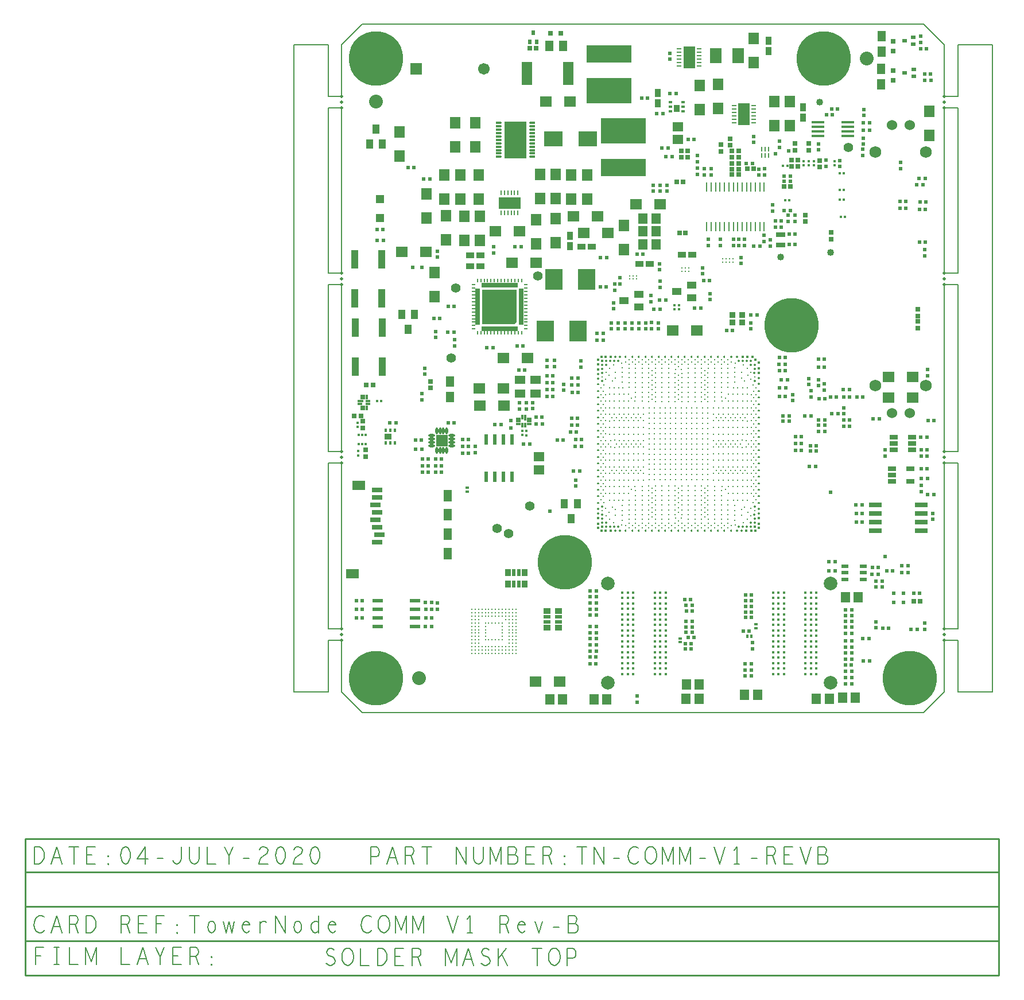
<source format=gbr>
G04 ================== begin FILE IDENTIFICATION RECORD ==================*
G04 Layout Name:  E:/CAD/CAD/FACEBOOK/COM V1/WORK/22-12-20/COM_V1_P2_21-12-2020_4.brd*
G04 Film Name:    COM_V1_P2-MT.gbr*
G04 File Format:  Gerber RS274X*
G04 File Origin:  Cadence Allegro 16.6-2015-S108*
G04 Origin Date:  Fri Dec 25 11:50:57 2020*
G04 *
G04 Layer:  PIN/SOLDERMASK_TOP*
G04 Layer:  PACKAGE GEOMETRY/SOLDERMASK_TOP*
G04 Layer:  DRAWING FORMAT/FILM_LABEL_OUTLINE*
G04 Layer:  BOARD GEOMETRY/OUTLINE*
G04 Layer:  BOARD GEOMETRY/TOOLING_CORNERS*
G04 Layer:  BOARD GEOMETRY/SOLDERMASK_TOP*
G04 *
G04 Offset:    (0.000 0.000)*
G04 Mirror:    No*
G04 Mode:      Positive*
G04 Rotation:  0*
G04 FullContactRelief:  No*
G04 UndefLineWidth:     6.000*
G04 ================== end FILE IDENTIFICATION RECORD ====================*
%FSLAX55Y55*MOIN*%
%IR0*IPPOS*OFA0.00000B0.00000*MIA0B0*SFA1.00000B1.00000*%
%ADD35R,.021X.007*%
%ADD33R,.007X.021*%
%ADD54R,.13X.067*%
%ADD82R,.067X.13*%
%ADD88R,.106X.087*%
%ADD55R,.059X.138*%
%AMMACRO56*
4,1,22,-.016709,-.0055,
-.016709,.0055,
.011193,.0055,
.012148,.00542,
.013075,.005175,
.013946,.004773,
.014733,.004226,
.015413,.00355,
.015966,.002767,
.016374,.0019,
.016626,.000974,
.016713,.00002,
.016632,-.000936,
.016388,-.001863,
.015986,-.002733,
.015438,-.00352,
.014763,-.004201,
.01398,-.004753,
.013112,-.005162,
.012187,-.005413,
.011232,-.0055,
.011193,-.0055,
-.016709,-.0055,
0.0*
%
%ADD56MACRO56*%
%ADD76C,.009055*%
%ADD10C,.314961*%
%ADD78C,.009449*%
%ADD37R,.03937X.108268*%
%ADD31R,.1X.12*%
%ADD101R,.008661X.027559*%
%AMMACRO36*
4,1,5,.1,-.088,
.1,.1,
-.1,.1,
-.1,-.1,
.088,-.1,
.1,-.088,
0.0*
%
%ADD36MACRO36*%
%ADD86R,.26X.1*%
%ADD32R,.012X.02*%
%ADD34R,.02X.012*%
%ADD69O,.0135X.01*%
%ADD72O,.01X.0135*%
%ADD84R,.02X.016*%
%ADD87R,.26X.15*%
%ADD28R,.016X.02*%
%ADD81R,.027X.011*%
%ADD40R,.06X.05*%
%ADD53R,.011X.027*%
%ADD39R,.05X.06*%
%ADD24R,.022X.017*%
%ADD95R,.017X.022*%
%ADD11R,.07X.06*%
%ADD38R,.06X.07*%
%ADD85R,.038X.041*%
%ADD71C,.011*%
%ADD21R,.045X.07*%
%ADD77R,.037X.033*%
%ADD70C,.012*%
%ADD44R,.045X.035*%
%ADD29R,.041X.038*%
%ADD104C,.04*%
%ADD89R,.035X.045*%
%ADD73C,.013*%
%ADD102R,.075X.015*%
%ADD68C,.014*%
%ADD50R,.0118X.0181*%
%ADD94R,.076X.025*%
%ADD92R,.051X.059*%
%ADD80R,.065X.09*%
%ADD67C,.016*%
%ADD17R,.064X.056*%
%ADD79R,.055X.039*%
%ADD64R,.056X.064*%
%ADD19R,.075X.055*%
%ADD12C,.08*%
%ADD30R,.039X.055*%
%ADD16R,.02X.02*%
%AMMACRO57*
4,1,22,.016709,.0055,
.016709,-.0055,
-.011193,-.0055,
-.012148,-.00542,
-.013075,-.005175,
-.013946,-.004773,
-.014733,-.004226,
-.015413,-.00355,
-.015966,-.002767,
-.016374,-.0019,
-.016626,-.000974,
-.016713,-.00002,
-.016632,.000936,
-.016388,.001863,
-.015986,.002733,
-.015438,.00352,
-.014763,.004201,
-.01398,.004753,
-.013112,.005162,
-.012187,.005413,
-.011232,.0055,
-.011193,.0055,
.016709,.0055,
0.0*
%
%ADD57MACRO57*%
%ADD18R,.059X.028*%
%ADD91R,.031X.031*%
%ADD20R,.075X.058*%
%ADD13C,.056*%
%ADD26C,.011811*%
%ADD60C,.067*%
%ADD83R,.011417X.05315*%
%ADD51R,.0278X.02505*%
%ADD99C,.06811*%
%ADD52R,.02505X.0278*%
%ADD98C,.060236*%
%ADD90R,.028X.028*%
%ADD61R,.067X.067*%
%ADD93R,.041339X.023622*%
%ADD63R,.0295X.0295*%
%ADD65C,.015748*%
%ADD66C,.07874*%
%ADD59R,.047244X.047244*%
%ADD25C,.019685*%
%ADD97R,.048425X.02874*%
%ADD46R,.02874X.012992*%
%ADD41R,.070079X.070079*%
%ADD14R,.023622X.059843*%
%ADD47R,.012992X.02874*%
%ADD27R,.019685X.023622*%
%ADD23R,.024803X.044488*%
%ADD15R,.059843X.023622*%
%ADD103R,.025197X.020866*%
%ADD75R,.044488X.024803*%
%ADD62R,.020866X.025197*%
%ADD100R,.055118X.027559*%
%ADD96R,.046457X.02874*%
%ADD49R,.032677X.012992*%
%ADD45R,.016929X.016929*%
%ADD48R,.012992X.032677*%
%ADD42O,.016929X.038583*%
%ADD58R,.127559X.215748*%
%ADD43O,.038583X.016929*%
%ADD22R,.032677X.044488*%
%ADD74R,.044488X.032677*%
%ADD105C,.005*%
%ADD106C,.006*%
%ADD107C,.01*%
G75*
%LPD*%
G75*
G36*
G01X102937Y225198D02*
Y246152D01*
X105737D01*
Y225198D01*
X102937D01*
G37*
G36*
G01X81157Y246978D02*
Y249778D01*
X102111D01*
Y246978D01*
X81157D01*
G37*
G36*
G01Y221585D02*
Y224385D01*
X102111D01*
Y221585D01*
X81157D01*
G37*
G36*
G01X77544Y225198D02*
Y246152D01*
X80344D01*
Y225198D01*
X77544D01*
G37*
G54D100*
X254850Y277522D03*
Y271617D03*
G54D101*
X247776Y327171D03*
Y323549D03*
X245808D03*
X243839Y327171D03*
Y323549D03*
X245808Y327171D03*
G54D102*
X294000Y342787D03*
X276500D03*
X294000Y337667D03*
X276500D03*
X294000Y340228D03*
X276500D03*
Y335108D03*
X294000D03*
G54D103*
X332136Y373692D03*
Y369755D03*
X327018Y371724D03*
X331982Y392196D03*
Y388259D03*
X326864Y390227D03*
G54D10*
X20000Y20000D03*
Y380000D03*
X129724Y87175D03*
X330000Y20000D03*
X261404Y224970D03*
X279850Y380000D03*
G54D20*
X10058Y131927D03*
G54D104*
X277422Y354621D03*
X255042Y264485D03*
X284065Y267244D03*
G54D11*
X112729Y17855D03*
X94094Y178154D03*
X80094D03*
X94025Y188177D03*
X80025D03*
X107753Y205904D03*
X93753D03*
X112989Y261376D03*
X98989D03*
X103224Y279468D03*
X89224D03*
X34752Y267540D03*
X48752D03*
X126729Y17855D03*
X206310Y222114D03*
X192310D03*
X148516Y288302D03*
X134516D03*
X118458Y354900D03*
X132458D03*
X184806Y295447D03*
X170806D03*
X154597Y278750D03*
X140597D03*
X331602Y182942D03*
X317602D03*
X331714Y195109D03*
X317714D03*
G54D105*
G01X-27874Y388000D02*
Y12000D01*
G01D02*
X-7874D01*
G01Y42000D02*
Y12000D01*
G01Y42000D02*
X0D01*
G01X-7874Y48700D02*
X0D01*
G01X-7874Y144800D02*
Y48700D01*
G01Y248500D02*
X0D01*
G01X-7874Y255200D02*
X0D01*
G01X-7874Y151500D02*
X0D01*
G01X-7874Y144800D02*
X0D01*
G01X-7874Y248500D02*
Y151500D01*
G01Y351300D02*
Y255200D01*
G01Y388000D02*
Y358000D01*
G01D02*
X0D01*
G01X-7874Y351300D02*
X0D01*
G01X-27874Y388000D02*
X-7874D01*
G01X12000Y0D02*
X0Y12000D01*
G01X12000Y0D02*
X338000D01*
G01X0Y42000D02*
Y12000D01*
G01Y144800D02*
Y48700D01*
G01Y351300D02*
Y255200D01*
G01Y248500D02*
Y151500D01*
G01Y388000D02*
Y358000D01*
G01Y388000D02*
X12000Y400000D01*
G01X338000D02*
X12000D01*
G01X350000Y12000D02*
X338000Y0D01*
G01X350000Y12000D02*
Y42000D01*
G01Y48700D02*
X357874D01*
G01X350000Y42000D02*
X357874D01*
G01X350000Y48700D02*
Y144800D01*
G01Y255200D02*
X357874D01*
G01X350000Y248500D02*
X357874D01*
G01X350000Y144800D02*
X357874D01*
G01X350000Y151500D02*
X357874D01*
G01X350000D02*
Y248500D01*
G01Y255200D02*
Y351300D01*
G01D02*
X357874D01*
G01X350000Y358000D02*
X357874D01*
G01X350000D02*
Y388000D01*
G01X338000Y400000D02*
X350000Y388000D01*
G01X377874Y12000D02*
Y388000D01*
G01X357874Y12000D02*
Y42000D01*
G01Y12000D02*
X377874D01*
G01X357874Y48700D02*
Y144800D01*
G01Y151500D02*
Y248500D01*
G01Y255200D02*
Y351300D01*
G01Y358000D02*
Y388000D01*
G01D02*
X377874D01*
G54D30*
X34746Y231389D03*
X38496Y222689D03*
X42246Y231389D03*
X19934Y338921D03*
X16184Y330221D03*
X23684D03*
X136846Y121312D03*
X129346D03*
X133096Y112612D03*
G54D12*
X45000Y20000D03*
X20000Y355000D03*
X304934Y380098D03*
G54D21*
X61633Y92360D03*
Y114801D03*
Y126021D03*
Y103580D03*
G54D106*
G01X-172757Y-118840D02*
X-173507Y-118340D01*
X-174382Y-118007D01*
X-175382D01*
X-176507Y-118507D01*
X-177382Y-119340D01*
X-178007Y-120340D01*
X-178507Y-122007D01*
X-178632Y-123507D01*
X-178382Y-125007D01*
X-178007Y-126007D01*
X-177257Y-127007D01*
X-176382Y-127674D01*
X-175507Y-128007D01*
X-174632D01*
X-173757Y-127674D01*
X-173007Y-127174D01*
X-172382Y-126507D01*
G01X-168632Y-128007D02*
X-165507Y-118007D01*
X-162382Y-128007D01*
G01X-163507Y-124507D02*
X-167507D01*
G01X-158007Y-128007D02*
Y-118007D01*
X-154882D01*
X-153882Y-118507D01*
X-153257Y-119174D01*
X-153007Y-120507D01*
X-153257Y-121840D01*
X-154007Y-122673D01*
X-154882Y-123174D01*
X-158007D01*
G01X-154882D02*
X-153007Y-128007D01*
G01X-148257D02*
Y-118007D01*
X-145757D01*
X-144757Y-118507D01*
X-144007Y-119174D01*
X-143382Y-120173D01*
X-142882Y-121340D01*
X-142757Y-123007D01*
X-142882Y-124674D01*
X-143382Y-125840D01*
X-144007Y-126840D01*
X-144757Y-127507D01*
X-145757Y-128007D01*
X-148257D01*
G01X-128007D02*
Y-118007D01*
X-124882D01*
X-123882Y-118507D01*
X-123257Y-119174D01*
X-123007Y-120507D01*
X-123257Y-121840D01*
X-124007Y-122673D01*
X-124882Y-123174D01*
X-128007D01*
G01X-124882D02*
X-123007Y-128007D01*
G01X-113007D02*
X-118007D01*
Y-118007D01*
X-113007D01*
G01X-115007Y-122840D02*
X-118007D01*
G01X-107882Y-128007D02*
Y-118007D01*
X-103132D01*
G01X-104882Y-122840D02*
X-107882D01*
G01X-95507Y-128340D02*
X-95757Y-128173D01*
Y-127840D01*
X-95507Y-127674D01*
X-95257Y-127840D01*
Y-128173D01*
X-95507Y-128340D01*
G01Y-123840D02*
X-95757Y-123673D01*
Y-123340D01*
X-95507Y-123174D01*
X-95257Y-123340D01*
Y-123673D01*
X-95507Y-123840D01*
G01X-85507Y-118007D02*
Y-128007D01*
G01X-88382Y-118007D02*
X-82632D01*
G01X-75507Y-128007D02*
X-76257Y-127840D01*
X-77007Y-127174D01*
X-77507Y-126007D01*
X-77757Y-124674D01*
X-77507Y-123340D01*
X-77007Y-122174D01*
X-76257Y-121507D01*
X-75507Y-121340D01*
X-74757Y-121507D01*
X-74007Y-122174D01*
X-73507Y-123340D01*
X-73382Y-124674D01*
X-73507Y-126007D01*
X-74007Y-127174D01*
X-74757Y-127840D01*
X-75507Y-128007D01*
G01X-68632Y-121340D02*
X-67132Y-128007D01*
X-65507Y-121340D01*
X-63882Y-128007D01*
X-62382Y-121340D01*
G01X-57382Y-123507D02*
X-53382D01*
X-53757Y-122340D01*
X-54382Y-121674D01*
X-55257Y-121340D01*
X-56132Y-121507D01*
X-56882Y-122007D01*
X-57382Y-123174D01*
X-57632Y-124174D01*
Y-125173D01*
X-57382Y-126174D01*
X-56757Y-127174D01*
X-56007Y-127840D01*
X-55132Y-128007D01*
X-54257Y-127674D01*
X-53382Y-126674D01*
G01X-47257Y-128007D02*
Y-121340D01*
G01Y-122673D02*
X-46632Y-122007D01*
X-46007Y-121507D01*
X-45132Y-121340D01*
X-44507Y-121507D01*
X-43757Y-122007D01*
G01X-38382Y-128007D02*
Y-118007D01*
X-32632Y-128007D01*
Y-118007D01*
G01X-25507Y-128007D02*
X-26257Y-127840D01*
X-27007Y-127174D01*
X-27507Y-126007D01*
X-27757Y-124674D01*
X-27507Y-123340D01*
X-27007Y-122174D01*
X-26257Y-121507D01*
X-25507Y-121340D01*
X-24757Y-121507D01*
X-24007Y-122174D01*
X-23507Y-123340D01*
X-23382Y-124674D01*
X-23507Y-126007D01*
X-24007Y-127174D01*
X-24757Y-127840D01*
X-25507Y-128007D01*
G01X-13257Y-118007D02*
Y-128007D01*
G01Y-126507D02*
X-13757Y-127340D01*
X-14507Y-127840D01*
X-15382Y-128007D01*
X-16382Y-127674D01*
X-17132Y-126840D01*
X-17632Y-125840D01*
X-17757Y-124674D01*
X-17632Y-123507D01*
X-17132Y-122507D01*
X-16382Y-121674D01*
X-15382Y-121340D01*
X-14507Y-121507D01*
X-13882Y-121840D01*
X-13257Y-122507D01*
G01X-7382Y-123507D02*
X-3382D01*
X-3757Y-122340D01*
X-4382Y-121674D01*
X-5257Y-121340D01*
X-6132Y-121507D01*
X-6882Y-122007D01*
X-7382Y-123174D01*
X-7632Y-124174D01*
Y-125173D01*
X-7382Y-126174D01*
X-6757Y-127174D01*
X-6007Y-127840D01*
X-5132Y-128007D01*
X-4257Y-127674D01*
X-3382Y-126674D01*
G01X17243Y-118840D02*
X16493Y-118340D01*
X15618Y-118007D01*
X14618D01*
X13493Y-118507D01*
X12618Y-119340D01*
X11993Y-120340D01*
X11493Y-122007D01*
X11368Y-123507D01*
X11618Y-125007D01*
X11993Y-126007D01*
X12743Y-127007D01*
X13618Y-127674D01*
X14493Y-128007D01*
X15368D01*
X16243Y-127674D01*
X16993Y-127174D01*
X17618Y-126507D01*
G01X24493Y-128007D02*
X23493Y-127840D01*
X22618Y-127174D01*
X21868Y-126174D01*
X21368Y-125007D01*
X21118Y-123673D01*
Y-122340D01*
X21368Y-121007D01*
X21868Y-119840D01*
X22618Y-118840D01*
X23493Y-118173D01*
X24493Y-118007D01*
X25493Y-118173D01*
X26368Y-118840D01*
X27118Y-119840D01*
X27618Y-121007D01*
X27868Y-122340D01*
Y-123673D01*
X27618Y-125007D01*
X27118Y-126174D01*
X26368Y-127174D01*
X25493Y-127840D01*
X24493Y-128007D01*
G01X31243D02*
Y-118007D01*
X34493Y-126340D01*
X37743Y-118007D01*
Y-128007D01*
G01X41243D02*
Y-118007D01*
X44493Y-126340D01*
X47743Y-118007D01*
Y-128007D01*
G01X61368Y-118007D02*
X64493Y-128007D01*
X67618Y-118007D01*
G01X74493Y-128007D02*
Y-118007D01*
X72993Y-120007D01*
G01Y-128007D02*
X75993D01*
G01X91993D02*
Y-118007D01*
X95118D01*
X96118Y-118507D01*
X96743Y-119174D01*
X96993Y-120507D01*
X96743Y-121840D01*
X95993Y-122673D01*
X95118Y-123174D01*
X91993D01*
G01X95118D02*
X96993Y-128007D01*
G01X102618Y-123507D02*
X106618D01*
X106243Y-122340D01*
X105618Y-121674D01*
X104743Y-121340D01*
X103868Y-121507D01*
X103118Y-122007D01*
X102618Y-123174D01*
X102368Y-124174D01*
Y-125173D01*
X102618Y-126174D01*
X103243Y-127174D01*
X103993Y-127840D01*
X104868Y-128007D01*
X105743Y-127674D01*
X106618Y-126674D01*
G01X112243Y-121340D02*
X114493Y-128007D01*
X116743Y-121340D01*
G01X122868Y-124674D02*
X126118D01*
G01X135493Y-122673D02*
X135993Y-122174D01*
X136368Y-121340D01*
X136618Y-120173D01*
X136368Y-119174D01*
X135868Y-118507D01*
X134993Y-118007D01*
X131618D01*
Y-128007D01*
X135743D01*
X136618Y-127340D01*
X137118Y-126340D01*
X137368Y-125173D01*
X137118Y-124007D01*
X136368Y-123007D01*
X135493Y-122673D01*
X131618D01*
G01X-177882Y-146507D02*
Y-136507D01*
X-173132D01*
G01X-174882Y-141340D02*
X-177882D01*
G01X-167007Y-136507D02*
X-164007D01*
G01X-165507D02*
Y-146507D01*
G01X-167007D02*
X-164007D01*
G01X-158007Y-136507D02*
Y-146507D01*
X-153007D01*
G01X-148757D02*
Y-136507D01*
X-145507Y-144840D01*
X-142257Y-136507D01*
Y-146507D01*
G01X-128007Y-136507D02*
Y-146507D01*
X-123007D01*
G01X-118632D02*
X-115507Y-136507D01*
X-112382Y-146507D01*
G01X-113507Y-143007D02*
X-117507D01*
G01X-105507Y-146507D02*
Y-142007D01*
X-108007Y-136507D01*
G01X-103007D02*
X-105507Y-142007D01*
G01X-93007Y-146507D02*
X-98007D01*
Y-136507D01*
X-93007D01*
G01X-95007Y-141340D02*
X-98007D01*
G01X-88007Y-146507D02*
Y-136507D01*
X-84882D01*
X-83882Y-137007D01*
X-83257Y-137673D01*
X-83007Y-139007D01*
X-83257Y-140340D01*
X-84007Y-141173D01*
X-84882Y-141674D01*
X-88007D01*
G01X-84882D02*
X-83007Y-146507D01*
G01X-75507Y-146840D02*
X-75757Y-146673D01*
Y-146340D01*
X-75507Y-146174D01*
X-75257Y-146340D01*
Y-146673D01*
X-75507Y-146840D01*
G01Y-142340D02*
X-75757Y-142174D01*
Y-141840D01*
X-75507Y-141674D01*
X-75257Y-141840D01*
Y-142174D01*
X-75507Y-142340D01*
G01X-178257Y-88007D02*
Y-78007D01*
X-175757D01*
X-174757Y-78507D01*
X-174007Y-79174D01*
X-173382Y-80173D01*
X-172882Y-81340D01*
X-172757Y-83007D01*
X-172882Y-84674D01*
X-173382Y-85840D01*
X-174007Y-86840D01*
X-174757Y-87507D01*
X-175757Y-88007D01*
X-178257D01*
G01X-168632D02*
X-165507Y-78007D01*
X-162382Y-88007D01*
G01X-163507Y-84507D02*
X-167507D01*
G01X-155507Y-78007D02*
Y-88007D01*
G01X-158382Y-78007D02*
X-152632D01*
G01X-143007Y-88007D02*
X-148007D01*
Y-78007D01*
X-143007D01*
G01X-145007Y-82840D02*
X-148007D01*
G01X-135507Y-88340D02*
X-135757Y-88173D01*
Y-87840D01*
X-135507Y-87674D01*
X-135257Y-87840D01*
Y-88173D01*
X-135507Y-88340D01*
G01Y-83840D02*
X-135757Y-83674D01*
Y-83340D01*
X-135507Y-83174D01*
X-135257Y-83340D01*
Y-83674D01*
X-135507Y-83840D01*
G01X-125507Y-78007D02*
X-126507Y-78340D01*
X-127257Y-79174D01*
X-127757Y-80173D01*
X-128132Y-81507D01*
X-128257Y-83007D01*
X-128132Y-84507D01*
X-127757Y-85840D01*
X-127257Y-86840D01*
X-126507Y-87674D01*
X-125507Y-88007D01*
X-124507Y-87674D01*
X-123757Y-86840D01*
X-123257Y-85840D01*
X-122882Y-84507D01*
X-122757Y-83007D01*
X-122882Y-81507D01*
X-123257Y-80173D01*
X-123757Y-79174D01*
X-124507Y-78340D01*
X-125507Y-78007D01*
G01X-114007Y-88007D02*
Y-78007D01*
X-118632Y-85174D01*
X-112382D01*
G01X-107132Y-84674D02*
X-103882D01*
G01X-98007Y-86007D02*
X-97382Y-87007D01*
X-96632Y-87674D01*
X-95757Y-88007D01*
X-94757Y-87674D01*
X-94007Y-87007D01*
X-93257Y-86007D01*
X-93007Y-84674D01*
Y-78007D01*
G01X-88257D02*
Y-85174D01*
X-87757Y-86674D01*
X-86757Y-87674D01*
X-85507Y-88007D01*
X-84257Y-87674D01*
X-83257Y-86674D01*
X-82757Y-85174D01*
Y-78007D01*
G01X-78007D02*
Y-88007D01*
X-73007D01*
G01X-65507D02*
Y-83507D01*
X-68007Y-78007D01*
G01X-63007D02*
X-65507Y-83507D01*
G01X-57132Y-84674D02*
X-53882D01*
G01X-47882Y-79673D02*
X-47132Y-78674D01*
X-46257Y-78173D01*
X-45257Y-78007D01*
X-44007Y-78340D01*
X-43132Y-79174D01*
X-42882Y-80173D01*
X-43007Y-81174D01*
X-43507Y-82007D01*
X-46007Y-83674D01*
X-47132Y-84840D01*
X-47882Y-86507D01*
X-48132Y-88007D01*
X-42882D01*
G01X-35507Y-78007D02*
X-36507Y-78340D01*
X-37257Y-79174D01*
X-37757Y-80173D01*
X-38132Y-81507D01*
X-38257Y-83007D01*
X-38132Y-84507D01*
X-37757Y-85840D01*
X-37257Y-86840D01*
X-36507Y-87674D01*
X-35507Y-88007D01*
X-34507Y-87674D01*
X-33757Y-86840D01*
X-33257Y-85840D01*
X-32882Y-84507D01*
X-32757Y-83007D01*
X-32882Y-81507D01*
X-33257Y-80173D01*
X-33757Y-79174D01*
X-34507Y-78340D01*
X-35507Y-78007D01*
G01X-27882Y-79673D02*
X-27132Y-78674D01*
X-26257Y-78173D01*
X-25257Y-78007D01*
X-24007Y-78340D01*
X-23132Y-79174D01*
X-22882Y-80173D01*
X-23007Y-81174D01*
X-23507Y-82007D01*
X-26007Y-83674D01*
X-27132Y-84840D01*
X-27882Y-86507D01*
X-28132Y-88007D01*
X-22882D01*
G01X-15507Y-78007D02*
X-16507Y-78340D01*
X-17257Y-79174D01*
X-17757Y-80173D01*
X-18132Y-81507D01*
X-18257Y-83007D01*
X-18132Y-84507D01*
X-17757Y-85840D01*
X-17257Y-86840D01*
X-16507Y-87674D01*
X-15507Y-88007D01*
X-14507Y-87674D01*
X-13757Y-86840D01*
X-13257Y-85840D01*
X-12882Y-84507D01*
X-12757Y-83007D01*
X-12882Y-81507D01*
X-13257Y-80173D01*
X-13757Y-79174D01*
X-14507Y-78340D01*
X-15507Y-78007D01*
G01X-9097Y-145666D02*
X-8097Y-146499D01*
X-6972Y-146999D01*
X-5972D01*
X-4972Y-146499D01*
X-4222Y-145666D01*
X-3847Y-144499D01*
X-4097Y-143333D01*
X-4722Y-142333D01*
X-5847Y-141666D01*
X-7347Y-141333D01*
X-8222Y-140666D01*
X-8597Y-139500D01*
X-8347Y-138333D01*
X-7722Y-137500D01*
X-6847Y-136999D01*
X-5972D01*
X-5097Y-137333D01*
X-4347Y-138166D01*
G01X3528Y-146999D02*
X2528Y-146833D01*
X1653Y-146166D01*
X903Y-145166D01*
X403Y-143999D01*
X153Y-142666D01*
Y-141333D01*
X403Y-139999D01*
X903Y-138833D01*
X1653Y-137833D01*
X2528Y-137166D01*
X3528Y-136999D01*
X4528Y-137166D01*
X5403Y-137833D01*
X6153Y-138833D01*
X6653Y-139999D01*
X6903Y-141333D01*
Y-142666D01*
X6653Y-143999D01*
X6153Y-145166D01*
X5403Y-146166D01*
X4528Y-146833D01*
X3528Y-146999D01*
G01X11028Y-136999D02*
Y-146999D01*
X16028D01*
G01X20778D02*
Y-136999D01*
X23278D01*
X24278Y-137500D01*
X25028Y-138166D01*
X25653Y-139166D01*
X26153Y-140333D01*
X26278Y-142000D01*
X26153Y-143666D01*
X25653Y-144833D01*
X25028Y-145833D01*
X24278Y-146499D01*
X23278Y-146999D01*
X20778D01*
G01X36028D02*
X31028D01*
Y-136999D01*
X36028D01*
G01X34028Y-141833D02*
X31028D01*
G01X41028Y-146999D02*
Y-136999D01*
X44153D01*
X45153Y-137500D01*
X45778Y-138166D01*
X46028Y-139500D01*
X45778Y-140833D01*
X45028Y-141666D01*
X44153Y-142166D01*
X41028D01*
G01X44153D02*
X46028Y-146999D01*
G01X60278D02*
Y-136999D01*
X63528Y-145333D01*
X66778Y-136999D01*
Y-146999D01*
G01X70403D02*
X73528Y-136999D01*
X76653Y-146999D01*
G01X75528Y-143500D02*
X71528D01*
G01X80903Y-145666D02*
X81903Y-146499D01*
X83028Y-146999D01*
X84028D01*
X85028Y-146499D01*
X85778Y-145666D01*
X86153Y-144499D01*
X85903Y-143333D01*
X85278Y-142333D01*
X84153Y-141666D01*
X82653Y-141333D01*
X81778Y-140666D01*
X81403Y-139500D01*
X81653Y-138333D01*
X82278Y-137500D01*
X83153Y-136999D01*
X84028D01*
X84903Y-137333D01*
X85653Y-138166D01*
G01X90778Y-146999D02*
Y-136999D01*
G01X95528D02*
X90778Y-143166D01*
G01X96278Y-146999D02*
X92903Y-140333D01*
G01X113528Y-136999D02*
Y-146999D01*
G01X110653Y-136999D02*
X116403D01*
G01X123528Y-146999D02*
X122528Y-146833D01*
X121653Y-146166D01*
X120903Y-145166D01*
X120403Y-143999D01*
X120153Y-142666D01*
Y-141333D01*
X120403Y-139999D01*
X120903Y-138833D01*
X121653Y-137833D01*
X122528Y-137166D01*
X123528Y-136999D01*
X124528Y-137166D01*
X125403Y-137833D01*
X126153Y-138833D01*
X126653Y-139999D01*
X126903Y-141333D01*
Y-142666D01*
X126653Y-143999D01*
X126153Y-145166D01*
X125403Y-146166D01*
X124528Y-146833D01*
X123528Y-146999D01*
G01X131028D02*
Y-136999D01*
X134028D01*
X135028Y-137500D01*
X135778Y-138666D01*
X136028Y-139999D01*
X135778Y-141333D01*
X135153Y-142333D01*
X134028Y-142833D01*
X131028D01*
G01X16993Y-88007D02*
Y-78007D01*
X19993D01*
X20993Y-78507D01*
X21743Y-79673D01*
X21993Y-81007D01*
X21743Y-82340D01*
X21118Y-83340D01*
X19993Y-83840D01*
X16993D01*
G01X26368Y-88007D02*
X29493Y-78007D01*
X32618Y-88007D01*
G01X31493Y-84507D02*
X27493D01*
G01X36993Y-88007D02*
Y-78007D01*
X40118D01*
X41118Y-78507D01*
X41743Y-79174D01*
X41993Y-80507D01*
X41743Y-81840D01*
X40993Y-82673D01*
X40118Y-83174D01*
X36993D01*
G01X40118D02*
X41993Y-88007D01*
G01X49493Y-78007D02*
Y-88007D01*
G01X46618Y-78007D02*
X52368D01*
G01X66618Y-88007D02*
Y-78007D01*
X72368Y-88007D01*
Y-78007D01*
G01X76743D02*
Y-85174D01*
X77243Y-86674D01*
X78243Y-87674D01*
X79493Y-88007D01*
X80743Y-87674D01*
X81743Y-86674D01*
X82243Y-85174D01*
Y-78007D01*
G01X86243Y-88007D02*
Y-78007D01*
X89493Y-86340D01*
X92743Y-78007D01*
Y-88007D01*
G01X100493Y-82673D02*
X100993Y-82174D01*
X101368Y-81340D01*
X101618Y-80173D01*
X101368Y-79174D01*
X100868Y-78507D01*
X99993Y-78007D01*
X96618D01*
Y-88007D01*
X100743D01*
X101618Y-87340D01*
X102118Y-86340D01*
X102368Y-85174D01*
X102118Y-84007D01*
X101368Y-83007D01*
X100493Y-82673D01*
X96618D01*
G01X111993Y-88007D02*
X106993D01*
Y-78007D01*
X111993D01*
G01X109993Y-82840D02*
X106993D01*
G01X116993Y-88007D02*
Y-78007D01*
X120118D01*
X121118Y-78507D01*
X121743Y-79174D01*
X121993Y-80507D01*
X121743Y-81840D01*
X120993Y-82673D01*
X120118Y-83174D01*
X116993D01*
G01X120118D02*
X121993Y-88007D01*
G01X129493Y-88340D02*
X129243Y-88173D01*
Y-87840D01*
X129493Y-87674D01*
X129743Y-87840D01*
Y-88173D01*
X129493Y-88340D01*
G01Y-83840D02*
X129243Y-83674D01*
Y-83340D01*
X129493Y-83174D01*
X129743Y-83340D01*
Y-83674D01*
X129493Y-83840D01*
G01X139493Y-78007D02*
Y-88007D01*
G01X136618Y-78007D02*
X142368D01*
G01X146618Y-88007D02*
Y-78007D01*
X152368Y-88007D01*
Y-78007D01*
G01X157868Y-84674D02*
X161118D01*
G01X172243Y-78840D02*
X171493Y-78340D01*
X170618Y-78007D01*
X169618D01*
X168493Y-78507D01*
X167618Y-79340D01*
X166993Y-80340D01*
X166493Y-82007D01*
X166368Y-83507D01*
X166618Y-85007D01*
X166993Y-86007D01*
X167743Y-87007D01*
X168618Y-87674D01*
X169493Y-88007D01*
X170368D01*
X171243Y-87674D01*
X171993Y-87174D01*
X172618Y-86507D01*
G01X179493Y-88007D02*
X178493Y-87840D01*
X177618Y-87174D01*
X176868Y-86174D01*
X176368Y-85007D01*
X176118Y-83674D01*
Y-82340D01*
X176368Y-81007D01*
X176868Y-79840D01*
X177618Y-78840D01*
X178493Y-78173D01*
X179493Y-78007D01*
X180493Y-78173D01*
X181368Y-78840D01*
X182118Y-79840D01*
X182618Y-81007D01*
X182868Y-82340D01*
Y-83674D01*
X182618Y-85007D01*
X182118Y-86174D01*
X181368Y-87174D01*
X180493Y-87840D01*
X179493Y-88007D01*
G01X186243D02*
Y-78007D01*
X189493Y-86340D01*
X192743Y-78007D01*
Y-88007D01*
G01X196243D02*
Y-78007D01*
X199493Y-86340D01*
X202743Y-78007D01*
Y-88007D01*
G01X207868Y-84674D02*
X211118D01*
G01X216368Y-78007D02*
X219493Y-88007D01*
X222618Y-78007D01*
G01X229493Y-88007D02*
Y-78007D01*
X227993Y-80007D01*
G01Y-88007D02*
X230993D01*
G01X237868Y-84674D02*
X241118D01*
G01X246993Y-88007D02*
Y-78007D01*
X250118D01*
X251118Y-78507D01*
X251743Y-79174D01*
X251993Y-80507D01*
X251743Y-81840D01*
X250993Y-82673D01*
X250118Y-83174D01*
X246993D01*
G01X250118D02*
X251993Y-88007D01*
G01X261993D02*
X256993D01*
Y-78007D01*
X261993D01*
G01X259993Y-82840D02*
X256993D01*
G01X266368Y-78007D02*
X269493Y-88007D01*
X272618Y-78007D01*
G01X280493Y-82673D02*
X280993Y-82174D01*
X281368Y-81340D01*
X281618Y-80173D01*
X281368Y-79174D01*
X280868Y-78507D01*
X279993Y-78007D01*
X276618D01*
Y-88007D01*
X280743D01*
X281618Y-87340D01*
X282118Y-86340D01*
X282368Y-85174D01*
X282118Y-84007D01*
X281368Y-83007D01*
X280493Y-82673D01*
X276618D01*
G01X12000Y-2D02*
X337997D01*
G01Y399998D02*
X12000D01*
G54D22*
X106186Y74592D03*
X96737D03*
Y81284D03*
X106186D03*
G54D13*
X109384Y120072D03*
X97076Y103936D03*
X90145Y107039D03*
X63434Y206076D03*
X113834Y253476D03*
X66334Y246676D03*
X294242Y328310D03*
G54D40*
X112503Y185280D03*
X103503D03*
X112571Y193189D03*
X103571D03*
G54D31*
X118234Y221476D03*
X137234D03*
X142134Y251676D03*
X123134D03*
G54D107*
G01X-183757Y-112707D02*
X381593D01*
G01X381743Y-73471D02*
Y-152707D01*
X-183757D01*
G01Y-73376D02*
Y-152707D01*
G01Y-132707D02*
X381743D01*
Y-132557D01*
G01X-183757Y-92707D02*
X381693D01*
G01X-183757Y-73507D02*
X381743D01*
G54D23*
X103036Y74592D03*
X99886D03*
Y81284D03*
X103036D03*
G54D14*
X98963Y136914D03*
X93963D03*
X88963D03*
X83963D03*
X88963Y158489D03*
X83963D03*
X98963D03*
X93963D03*
G54D41*
X58081Y157977D03*
G54D50*
X9949Y161240D03*
X11919D03*
X13889D03*
Y155880D03*
X11919D03*
X9949D03*
G54D32*
X87697Y223372D03*
X85728D03*
X83760D03*
X89665D03*
X97540D03*
X95571D03*
X99508D03*
X93603D03*
X101477D03*
X91634D03*
X81791D03*
Y247979D03*
X83760D03*
X97540D03*
X101477D03*
X99508D03*
X87697D03*
X89665D03*
X93603D03*
X85728D03*
X95571D03*
X91634D03*
G54D42*
X55128Y163686D03*
X57097D03*
X59066D03*
X61034D03*
Y152268D03*
X59066D03*
X57097D03*
X55128D03*
G54D15*
X42598Y49982D03*
X21023D03*
X42598Y54982D03*
X21023D03*
X42598Y59982D03*
X21023D03*
X42598Y64982D03*
X21023D03*
G54D51*
X12372Y165405D03*
Y169223D03*
X13878Y152583D03*
Y148765D03*
X51622Y192397D03*
Y188579D03*
X220218Y329883D03*
Y326065D03*
X225675Y333393D03*
Y329575D03*
X334569Y234197D03*
Y230379D03*
Y223357D03*
Y227175D03*
X269093Y289045D03*
Y285227D03*
X271388Y330517D03*
Y326699D03*
X265026Y320960D03*
Y317142D03*
X263199Y326699D03*
Y330517D03*
X261128Y320960D03*
Y317142D03*
X284131Y278928D03*
Y275110D03*
G54D60*
X82620Y373837D03*
G54D24*
X73066Y130591D03*
Y128407D03*
X196477Y43020D03*
Y40836D03*
X240451Y51241D03*
Y49057D03*
G54D33*
X90650Y220535D03*
X88681D03*
X86713D03*
X96555D03*
X94587D03*
X92618D03*
X82776Y250816D03*
X84744D03*
X78839D03*
X80807D03*
X102461Y220535D03*
X104429D03*
X96555Y250816D03*
X78839Y220535D03*
X84744D03*
X82776D03*
X80807D03*
X100492D03*
X98524D03*
X104429Y250816D03*
X102461D03*
X100492D03*
X98524D03*
X88681D03*
X86713D03*
X94587D03*
X92618D03*
X90650D03*
G54D43*
X63790Y160930D03*
Y158961D03*
Y156993D03*
Y155024D03*
X52373D03*
Y156993D03*
Y158961D03*
Y160930D03*
G54D25*
X0Y42000D03*
Y45350D03*
Y48700D03*
Y144800D03*
Y148150D03*
Y151500D03*
Y255200D03*
Y251850D03*
Y248500D03*
Y351300D03*
Y354650D03*
Y358000D03*
X350000Y42000D03*
Y45350D03*
Y48700D03*
Y144800D03*
Y148150D03*
Y151500D03*
Y255200D03*
Y251850D03*
Y248500D03*
Y358000D03*
Y354650D03*
Y351300D03*
G54D61*
X43250Y373837D03*
G54D52*
X18165Y190186D03*
X14347D03*
X7355Y172377D03*
X11173D03*
X226619Y319024D03*
X230437D03*
X226619Y315625D03*
X230437D03*
Y326222D03*
X226619D03*
X200927Y322587D03*
X197109D03*
X230420Y312463D03*
X226602D03*
X198245Y308122D03*
X194427D03*
X230437Y322528D03*
X226619D03*
X260708Y305470D03*
X256890D03*
X235483Y316025D03*
X239301D03*
G54D16*
X50336Y139702D03*
X46836D03*
X57936D03*
X54436D03*
X11992Y64982D03*
X8492D03*
X12000Y59982D03*
X8500D03*
X12060Y54981D03*
X8560D03*
X52236Y63877D03*
X48736D03*
X48761Y59990D03*
X52261D03*
X52206Y49928D03*
X48706D03*
X52266Y55019D03*
X48766D03*
X55424Y63520D03*
Y60020D03*
X109134Y155976D03*
X105634D03*
X28031Y168139D03*
X31531D03*
X50336Y147261D03*
X46836D03*
X57936Y147210D03*
X54436D03*
X92508Y167135D03*
X89008D03*
X46391Y158348D03*
X42891D03*
X46418Y152916D03*
X42918D03*
X73682Y150655D03*
X70182D03*
X77695Y154468D03*
Y150968D03*
X50336Y143202D03*
X46836D03*
X57936D03*
X54436D03*
X73682Y154671D03*
X70182D03*
X65344Y168235D03*
X61844D03*
X73638Y158742D03*
X70138D03*
X112918Y167607D03*
X112815Y171666D03*
X102756Y199092D03*
X106256D03*
X84313Y212023D03*
X87813D03*
X65548Y216618D03*
Y213118D03*
X105366Y212886D03*
X101866D03*
X54570Y221416D03*
Y217916D03*
X65103Y220822D03*
X61603D03*
X65408Y235937D03*
X61908D03*
X53532Y228983D03*
X57032D03*
X98298Y165244D03*
Y169766D03*
X103379Y176378D03*
Y179878D03*
X110865Y176494D03*
Y179994D03*
X107309Y179878D03*
Y176378D03*
X46668Y181626D03*
Y185126D03*
X48273Y199959D03*
Y196459D03*
X24103Y274330D03*
X20603D03*
X38484Y316676D03*
X41984D03*
X55675Y268047D03*
Y264546D03*
X20575Y280659D03*
X24075D03*
X47638Y309809D03*
X51138D03*
X88127Y266981D03*
Y270481D03*
X100721Y270666D03*
X104221D03*
X234342Y21240D03*
X171664Y9590D03*
Y6090D03*
X203536Y49729D03*
X200036D03*
X204709Y43505D03*
X201209D03*
X144179Y28426D03*
X147679D03*
X144311Y49801D03*
X147811D03*
X234342Y28274D03*
Y24653D03*
X234534Y61568D03*
Y55187D03*
Y58350D03*
X234479Y64896D03*
Y68168D03*
X144315Y60038D03*
X147815D03*
X203536Y46620D03*
X200036D03*
X202622Y65717D03*
X199122D03*
X203536Y52892D03*
X200036D03*
X144315Y35698D03*
X147815D03*
X203536Y62382D03*
X200036D03*
X203591Y59054D03*
X200091D03*
X144315Y56573D03*
X147815D03*
X144315Y39408D03*
X147815D03*
X144315Y70588D03*
X147815D03*
X144315Y67123D03*
X147815D03*
X144315Y42898D03*
X147815D03*
X144315Y46389D03*
X147815D03*
X144315Y63658D03*
X147815D03*
X144216Y32313D03*
X147716D03*
X199453Y36870D03*
X202953D03*
X202972Y40010D03*
X199472D03*
X233226Y47415D03*
X134714Y140415D03*
X138214D03*
X135886Y131541D03*
Y135041D03*
X121029Y117098D03*
X125234Y158176D03*
X128734D03*
X119234Y183576D03*
X122734D03*
X119234Y187576D03*
X122734D03*
X119234Y191576D03*
X122734D03*
X133492Y166824D03*
X136992D03*
X132764Y162835D03*
X136264D03*
X137074Y170820D03*
X133574D03*
X139210Y154716D03*
X135710D03*
X139321Y158506D03*
X135821D03*
X137257Y186040D03*
X133757D03*
X137243Y190127D03*
X133743D03*
X128952Y187211D03*
Y190711D03*
X116418Y167607D03*
X116315Y171666D03*
X119234Y195576D03*
X122734D03*
X119397Y204615D03*
Y201115D03*
X123537Y204615D03*
Y201115D03*
X137243Y194228D03*
X133743D03*
X138838Y204217D03*
Y200717D03*
X183928Y226448D03*
Y222948D03*
X184934Y250576D03*
Y247076D03*
X179928Y226499D03*
Y222999D03*
X156526Y226379D03*
Y222879D03*
X160526Y226379D03*
Y222879D03*
X172526Y226379D03*
Y222879D03*
X176526Y226379D03*
Y222879D03*
X168526Y226379D03*
Y222879D03*
X164526Y226379D03*
Y222879D03*
X213734Y250876D03*
X210234D03*
X209734Y254876D03*
Y258376D03*
X161734Y252476D03*
Y248976D03*
X184534Y260676D03*
Y257176D03*
X223434Y221937D03*
X226934D03*
X181374Y234424D03*
X184874D03*
X158704Y248939D03*
Y245439D03*
X184732Y239759D03*
X188232D03*
X213990Y239842D03*
Y243342D03*
X231826Y260803D03*
X157928Y234481D03*
Y237981D03*
X179738Y242264D03*
Y238764D03*
X204969Y235114D03*
X208469D03*
X148371Y220175D03*
X151871D03*
X148330Y216164D03*
X151830D03*
X153684Y247270D03*
X150184D03*
X201108Y332798D03*
X204608D03*
X206700Y320034D03*
Y323534D03*
X214731Y312301D03*
Y315801D03*
X219906Y271306D03*
Y274806D03*
X227546D03*
Y271306D03*
X153812Y264292D03*
X150312D03*
X171534Y266276D03*
X175034D03*
X189034Y306376D03*
Y302876D03*
X185034Y306376D03*
Y302876D03*
X180934Y306376D03*
Y302876D03*
X182934Y347976D03*
X186434D03*
X177584Y356876D03*
X174084D03*
X210452Y312361D03*
Y315861D03*
X212962Y274869D03*
Y271369D03*
X233979Y274806D03*
Y271306D03*
X230726Y274860D03*
Y271360D03*
X194226Y359604D03*
X190726D03*
X206697Y316148D03*
Y312648D03*
X190510Y379491D03*
X231826Y264303D03*
X188288Y322832D03*
X191788D03*
X189488Y327963D03*
X185988D03*
X190510Y382991D03*
X296090Y20365D03*
X292590D03*
X296090Y16657D03*
X292590D03*
X237842Y21240D03*
X340031Y141729D03*
X336531D03*
X340302Y126738D03*
X343802D03*
X296141Y45985D03*
X292641D03*
X296141Y49454D03*
X292641D03*
X296141Y52904D03*
X292641D03*
X296141Y56329D03*
X292641D03*
X296141Y59677D03*
X292641D03*
X296090Y41571D03*
X292590D03*
X296090Y38017D03*
X292590D03*
X296090Y34563D03*
X292590D03*
X296090Y31054D03*
X292590D03*
X296090Y24010D03*
X292590D03*
X237842Y28274D03*
Y24653D03*
X238034Y61568D03*
Y55187D03*
Y58350D03*
X237979Y64896D03*
Y68168D03*
X283002Y87663D03*
X286502D03*
X283010Y82328D03*
X286510D03*
X308067Y80129D03*
X311567D03*
X328784Y85421D03*
X325284D03*
X336574Y128447D03*
Y131947D03*
X306110Y43089D03*
X302610D03*
X302320Y110506D03*
X298820D03*
X292575Y27510D03*
X296075D03*
X302920Y30111D03*
X306420D03*
X238527Y37041D03*
Y40541D03*
X236726Y47415D03*
X343375Y112148D03*
Y115648D03*
X298667Y120629D03*
X302167D03*
X310320Y76318D03*
Y72818D03*
X302321Y115645D03*
X298821D03*
X332118Y69290D03*
X335618D03*
X314011Y76318D03*
Y72818D03*
X340199Y136029D03*
X336699D03*
X328788Y81392D03*
X325288D03*
X319940Y82199D03*
X316440D03*
X308084Y84144D03*
X311584D03*
X338574Y48414D03*
Y51914D03*
X310376Y52732D03*
Y49232D03*
X317727Y49107D03*
X314227D03*
X330639Y48237D03*
X334139D03*
X315432Y90579D03*
X284076Y127835D03*
X257734Y183676D03*
X254234D03*
X344056Y169553D03*
X340556D03*
X302594Y183200D03*
X299094D03*
X287328Y183220D03*
X283828D03*
X280122Y187423D03*
Y190923D03*
X294860Y187552D03*
X291360D03*
X272428Y172180D03*
X268928D03*
X275151Y143096D03*
X271651D03*
X266920Y156236D03*
X263420D03*
X266982Y152146D03*
X263482D03*
X266956Y160322D03*
X263456D03*
X272242Y154928D03*
X275742D03*
X261888Y184672D03*
Y181172D03*
X272514Y183416D03*
Y186916D03*
X276841Y193305D03*
Y189805D03*
X291428Y183213D03*
X294928D03*
X291435Y176964D03*
Y173464D03*
X284595Y173465D03*
X288095D03*
X271281Y194116D03*
Y190616D03*
X291469Y166130D03*
X294969D03*
X257809Y188752D03*
X254309D03*
X336591Y149039D03*
Y152539D03*
X308631Y170677D03*
X312131D03*
X275738Y151802D03*
X272238D03*
X280510Y163261D03*
X277010D03*
X280510Y166838D03*
X277010D03*
X280510Y169871D03*
X277010D03*
X294975Y169933D03*
X291475D03*
X277221Y182175D03*
X280721D03*
X339828Y152544D03*
Y149044D03*
X336330Y160041D03*
X339830D03*
X315596Y152567D03*
Y149067D03*
X280266Y200536D03*
X276766D03*
X280266Y205165D03*
X276766D03*
X255362Y193300D03*
X258862D03*
X254206Y198767D03*
X257706D03*
X254021Y202262D03*
X257521D03*
X254080Y206203D03*
X257580D03*
X340379Y199262D03*
Y195762D03*
X237660Y222789D03*
Y226289D03*
X241221Y230898D03*
X237720D03*
X256396Y169240D03*
X259896D03*
X256376Y172271D03*
X259876D03*
X335388Y310210D03*
X338888D03*
X338640Y268924D03*
Y265424D03*
X335432Y273121D03*
X338932D03*
X245333Y277158D03*
Y273658D03*
X245627Y312332D03*
Y315832D03*
X239370Y270986D03*
X242870D03*
X338563Y370977D03*
X342063D03*
X254355Y331857D03*
Y328357D03*
X306490Y338233D03*
X302990D03*
X306542Y342532D03*
X303042D03*
X239330Y334690D03*
Y331190D03*
X303188Y350411D03*
Y346911D03*
X302996Y330274D03*
Y333774D03*
X302515Y327170D03*
Y323670D03*
X248888Y274486D03*
Y270986D03*
X242308Y312243D03*
Y315743D03*
X342087Y367343D03*
X338587D03*
X284528Y350611D03*
X288028D03*
X263370Y278010D03*
X259870D03*
X263361Y272111D03*
X259861D03*
X281532Y347377D03*
X285032D03*
X339318Y296751D03*
X335818D03*
X327704Y296957D03*
X324204D03*
X333968Y306514D03*
X337468D03*
X338958Y292178D03*
X335458D03*
X327704Y292846D03*
X324204D03*
X235024Y319035D03*
X238524D03*
X259494Y326158D03*
X252040Y324778D03*
X255292Y282001D03*
X251792D03*
X324458Y316016D03*
Y319516D03*
X255272Y285597D03*
X251772D03*
X289347Y317253D03*
Y320753D03*
X260549Y311695D03*
X257049D03*
X263100Y285422D03*
Y288922D03*
X250204Y294935D03*
Y291435D03*
X260549Y291772D03*
X257049D03*
X259114Y285422D03*
Y288922D03*
X257049Y308522D03*
X260549D03*
X276984Y326858D03*
Y330358D03*
X281287Y320801D03*
Y317301D03*
X336257Y389292D03*
Y392792D03*
X339730Y385673D03*
X336230D03*
G54D70*
X151357Y117287D03*
X153666Y114420D03*
X153406Y118462D03*
X155557Y112125D03*
X155259Y116259D03*
X155535Y123367D03*
X155658Y127267D03*
X155660Y131167D03*
Y135067D03*
Y138796D03*
X157194Y119380D03*
X156911Y140769D03*
X157852Y110235D03*
X158947Y114478D03*
Y117836D03*
X158335Y123367D03*
X158311Y127267D03*
Y131167D03*
Y135067D03*
Y138899D03*
X161065Y123367D03*
X161111Y127267D03*
Y131167D03*
Y135067D03*
Y138899D03*
X159711Y140769D03*
X162862Y111751D03*
Y114551D03*
Y117351D03*
Y120151D03*
X163401Y123367D03*
X162511Y140769D03*
X163911Y127267D03*
Y131167D03*
Y135067D03*
Y138899D03*
X165311Y140769D03*
X166762Y112226D03*
Y114879D03*
Y117679D03*
Y120479D03*
Y123279D03*
X166672Y127267D03*
X166711Y131167D03*
Y135067D03*
Y138899D03*
X168344Y129496D03*
X168111Y140769D03*
X170662Y112228D03*
Y114879D03*
Y117679D03*
Y120479D03*
Y123279D03*
Y126079D03*
Y128879D03*
X170190Y131167D03*
X169511Y135067D03*
Y138899D03*
X170911Y140769D03*
X172311Y135067D03*
Y138899D03*
X174562Y112228D03*
Y114879D03*
Y117679D03*
Y120479D03*
Y123279D03*
Y126079D03*
Y128879D03*
Y131251D03*
X175111Y135067D03*
Y138899D03*
X173711Y140769D03*
X178290Y112228D03*
X178394Y114879D03*
Y117679D03*
Y120479D03*
Y123279D03*
Y126079D03*
Y128879D03*
Y131679D03*
X180264Y113479D03*
Y116279D03*
Y119079D03*
Y121879D03*
Y124679D03*
Y127479D03*
Y130279D03*
X182237Y112228D03*
X182134Y114879D03*
Y117679D03*
Y120479D03*
Y123279D03*
Y126079D03*
Y128879D03*
Y131679D03*
X185966Y112228D03*
Y114879D03*
Y117679D03*
Y120479D03*
Y123279D03*
Y126079D03*
Y128879D03*
Y131679D03*
X189866Y112228D03*
Y114879D03*
Y117679D03*
Y120479D03*
Y123279D03*
Y126079D03*
Y128879D03*
Y131679D03*
X193746Y112787D03*
X193501Y115111D03*
X193698Y117679D03*
Y120479D03*
Y123279D03*
Y126079D03*
Y128879D03*
Y131679D03*
X195568Y116279D03*
Y119079D03*
Y121879D03*
Y124679D03*
Y127479D03*
Y130279D03*
X197390Y112787D03*
X197635Y115111D03*
X197438Y117679D03*
Y120479D03*
Y123279D03*
Y126079D03*
Y128879D03*
Y131679D03*
X201270Y112228D03*
Y114879D03*
Y117679D03*
Y120479D03*
Y123279D03*
Y126079D03*
Y128879D03*
Y131679D03*
X205170Y112228D03*
Y114879D03*
Y117679D03*
Y120479D03*
Y123279D03*
Y126079D03*
Y128879D03*
Y131679D03*
X208899Y112228D03*
X209002Y114879D03*
Y117679D03*
Y120479D03*
Y123279D03*
Y126079D03*
Y128879D03*
Y131679D03*
X210872Y113479D03*
Y116279D03*
Y119079D03*
Y121879D03*
Y124679D03*
Y127479D03*
Y130279D03*
X212845Y112228D03*
X212742Y114879D03*
Y117679D03*
Y120479D03*
Y123279D03*
Y126079D03*
Y128879D03*
Y131679D03*
X216574Y112228D03*
Y114879D03*
Y117679D03*
Y120479D03*
Y123279D03*
Y126079D03*
Y128879D03*
Y131251D03*
X216025Y135067D03*
Y138899D03*
X217425Y140769D03*
X218825Y135067D03*
Y138899D03*
X220474Y112228D03*
Y114879D03*
Y117679D03*
Y120479D03*
Y123279D03*
Y126079D03*
Y128879D03*
X220946Y131167D03*
X221625Y135067D03*
Y138899D03*
X220225Y140769D03*
X222792Y129496D03*
X223025Y140769D03*
X224374Y112226D03*
Y114879D03*
Y117679D03*
Y120479D03*
Y123279D03*
X224464Y127267D03*
X224425Y131167D03*
Y135067D03*
Y138899D03*
X227225Y127267D03*
Y131167D03*
Y135067D03*
Y138899D03*
X225825Y140769D03*
X228274Y111751D03*
Y114551D03*
Y117351D03*
Y120151D03*
X227735Y123367D03*
X228625Y140769D03*
X230071Y123367D03*
X230025Y127267D03*
Y131167D03*
Y135067D03*
Y138899D03*
X231425Y140769D03*
X233284Y110235D03*
X232189Y114478D03*
Y117836D03*
X232801Y123367D03*
X232825Y127267D03*
Y131167D03*
Y135067D03*
Y138899D03*
X233942Y119380D03*
X234225Y140769D03*
X151357Y194859D03*
X153406Y193684D03*
X153666Y197726D03*
X155660Y142742D03*
Y146471D03*
Y150371D03*
Y161775D03*
Y165675D03*
Y169404D03*
Y173350D03*
Y177079D03*
Y180979D03*
X155658Y184879D03*
X155535Y188779D03*
X155259Y195887D03*
X155557Y200021D03*
X156219Y154251D03*
Y157895D03*
X156911Y171377D03*
X157194Y192766D03*
X158311Y142639D03*
Y146471D03*
Y150371D03*
X158542Y154006D03*
Y158140D03*
X158311Y161775D03*
Y165675D03*
Y169507D03*
Y173247D03*
Y177079D03*
Y180979D03*
Y184879D03*
X158335Y188779D03*
X158947Y194310D03*
Y197668D03*
X157852Y201911D03*
X161111Y142639D03*
Y146471D03*
Y150371D03*
Y154203D03*
X159711Y156073D03*
X161111Y157943D03*
Y161775D03*
Y165675D03*
Y169507D03*
X159711Y171377D03*
X161111Y173247D03*
Y177079D03*
Y180979D03*
Y184879D03*
X161065Y188779D03*
X162511Y156073D03*
Y171377D03*
X163401Y188779D03*
X162862Y191995D03*
Y194795D03*
Y197595D03*
Y200395D03*
X163911Y142639D03*
Y146471D03*
Y150371D03*
Y154203D03*
X165311Y156073D03*
X163911Y157943D03*
Y161775D03*
Y165675D03*
Y169507D03*
X165311Y171377D03*
X163911Y173247D03*
Y177079D03*
Y180979D03*
Y184879D03*
X166711Y142639D03*
Y146471D03*
Y150371D03*
Y154203D03*
Y157943D03*
Y161775D03*
Y165675D03*
Y169507D03*
Y173247D03*
Y177079D03*
Y180979D03*
X166672Y184879D03*
X166762Y188867D03*
Y191667D03*
Y194467D03*
Y197267D03*
Y199920D03*
X168111Y156073D03*
Y171377D03*
X168344Y182650D03*
X169511Y142639D03*
Y146471D03*
Y150371D03*
Y154203D03*
X170911Y156073D03*
X169511Y157943D03*
Y161775D03*
Y165675D03*
Y169507D03*
X170911Y171377D03*
X169511Y173247D03*
Y177079D03*
X170190Y180979D03*
X170662Y183267D03*
Y186067D03*
Y188867D03*
Y191667D03*
Y194467D03*
Y197267D03*
Y199918D03*
X172311Y142639D03*
Y146471D03*
Y150371D03*
Y154203D03*
Y157943D03*
Y161775D03*
Y165675D03*
Y169507D03*
Y173247D03*
Y177079D03*
X175111Y142639D03*
Y146471D03*
Y150371D03*
Y154203D03*
X173711Y156073D03*
X175111Y157943D03*
Y161775D03*
Y165675D03*
Y169507D03*
X173711Y171377D03*
X175111Y173247D03*
Y177079D03*
X174562Y180895D03*
Y183267D03*
Y186067D03*
Y188867D03*
Y191667D03*
Y194467D03*
Y197267D03*
Y199918D03*
X178394Y180467D03*
Y183267D03*
Y186067D03*
Y188867D03*
Y191667D03*
Y194467D03*
Y197267D03*
X178290Y199918D03*
X180264Y181867D03*
Y184667D03*
Y187467D03*
Y190267D03*
Y193067D03*
Y195867D03*
Y198667D03*
X182134Y180467D03*
Y183267D03*
Y186067D03*
Y188867D03*
Y191667D03*
Y194467D03*
Y197267D03*
X182237Y199918D03*
X185966Y180467D03*
Y183267D03*
Y186067D03*
Y188867D03*
Y191667D03*
Y194467D03*
Y197267D03*
Y199918D03*
X189866Y180467D03*
Y183267D03*
Y186067D03*
Y188867D03*
Y191667D03*
Y194467D03*
Y197267D03*
Y199918D03*
X193698Y180467D03*
Y183267D03*
Y186067D03*
Y188867D03*
Y191667D03*
Y194467D03*
X193501Y197035D03*
X193746Y199359D03*
X195568Y181867D03*
Y184667D03*
Y187467D03*
Y190267D03*
Y193067D03*
Y195867D03*
X197438Y180467D03*
Y183267D03*
Y186067D03*
Y188867D03*
Y191667D03*
Y194467D03*
X197635Y197035D03*
X197390Y199359D03*
X201270Y180467D03*
Y183267D03*
Y186067D03*
Y188867D03*
Y191667D03*
Y194467D03*
Y197267D03*
Y199918D03*
X205170Y180467D03*
Y183267D03*
Y186067D03*
Y188867D03*
Y191667D03*
Y194467D03*
Y197267D03*
Y199918D03*
X209002Y180467D03*
Y183267D03*
Y186067D03*
Y188867D03*
Y191667D03*
Y194467D03*
Y197267D03*
X208899Y199918D03*
X210872Y181867D03*
Y184667D03*
Y187467D03*
Y190267D03*
Y193067D03*
Y195867D03*
Y198667D03*
X212742Y180467D03*
Y183267D03*
Y186067D03*
Y188867D03*
Y191667D03*
Y194467D03*
Y197267D03*
X212845Y199918D03*
X216025Y142639D03*
Y146471D03*
Y150371D03*
Y154203D03*
X217425Y156073D03*
X216025Y157943D03*
Y161775D03*
Y165675D03*
Y169507D03*
X217425Y171377D03*
X216025Y173247D03*
Y177079D03*
X216574Y180895D03*
Y183267D03*
Y186067D03*
Y188867D03*
Y191667D03*
Y194467D03*
Y197267D03*
Y199918D03*
X218825Y142639D03*
Y146471D03*
Y150371D03*
Y154203D03*
Y157943D03*
Y161775D03*
Y165675D03*
Y169507D03*
Y173247D03*
Y177079D03*
X221625Y142639D03*
Y146471D03*
Y150371D03*
Y154203D03*
X220225Y156073D03*
X221625Y157943D03*
Y161775D03*
Y165675D03*
Y169507D03*
X220225Y171377D03*
X221625Y173247D03*
Y177079D03*
X220946Y180979D03*
X220474Y183267D03*
Y186067D03*
Y188867D03*
Y191667D03*
Y194467D03*
Y197267D03*
Y199918D03*
X223025Y156073D03*
Y171377D03*
X222792Y182650D03*
X224425Y142639D03*
Y146471D03*
Y150371D03*
Y154203D03*
Y157943D03*
Y161775D03*
Y165675D03*
Y169507D03*
Y173247D03*
Y177079D03*
Y180979D03*
X224464Y184879D03*
X224374Y188867D03*
Y191667D03*
Y194467D03*
Y197267D03*
Y199920D03*
X227225Y142639D03*
Y146471D03*
Y150371D03*
Y154203D03*
X225825Y156073D03*
X227225Y157943D03*
Y161775D03*
Y165675D03*
Y169507D03*
X225825Y171377D03*
X227225Y173247D03*
Y177079D03*
Y180979D03*
Y184879D03*
X228625Y156073D03*
Y171377D03*
X227735Y188779D03*
X228274Y191995D03*
Y194795D03*
Y197595D03*
Y200395D03*
X230025Y142639D03*
Y146471D03*
Y150371D03*
Y154203D03*
X231425Y156073D03*
X230025Y157943D03*
Y161775D03*
Y165675D03*
Y169507D03*
X231425Y171377D03*
X230025Y173247D03*
Y177079D03*
Y180979D03*
Y184879D03*
X230071Y188779D03*
X232825Y142639D03*
Y146471D03*
Y150371D03*
X232593Y154006D03*
Y158140D03*
X232825Y161775D03*
Y165675D03*
Y169507D03*
Y173247D03*
Y177079D03*
Y180979D03*
Y184879D03*
X232801Y188779D03*
X232189Y194310D03*
Y197668D03*
X233284Y201911D03*
X234225Y171377D03*
X233942Y192766D03*
X235579Y112125D03*
X235877Y116259D03*
X235601Y123367D03*
X235478Y127267D03*
X235476Y131167D03*
Y135067D03*
Y138796D03*
X237469Y114420D03*
X237730Y118462D03*
X239779Y117287D03*
X234917Y154251D03*
Y157895D03*
X235476Y142742D03*
Y146471D03*
Y150371D03*
Y161775D03*
Y165675D03*
Y169404D03*
Y173350D03*
Y177079D03*
Y180979D03*
X235478Y184879D03*
X235601Y188779D03*
X235877Y195887D03*
X235579Y200021D03*
X237730Y193684D03*
X237469Y197726D03*
X239779Y194859D03*
G54D34*
X79331Y233707D03*
Y235676D03*
Y231739D03*
X103937Y241582D03*
Y235676D03*
Y239613D03*
Y233707D03*
Y231739D03*
X79331Y243550D03*
Y241582D03*
Y239613D03*
Y227802D03*
Y229770D03*
X103937Y243550D03*
Y227802D03*
Y229770D03*
X79331Y225833D03*
X103937D03*
Y237645D03*
X79331D03*
X103937Y245519D03*
X79331D03*
G54D62*
X113081Y389743D03*
X109144D03*
X111113Y394862D03*
G54D26*
X101132Y59924D03*
Y57956D03*
Y55987D03*
Y54019D03*
Y52050D03*
Y50082D03*
Y48113D03*
Y46145D03*
Y44176D03*
Y42208D03*
Y40239D03*
Y38271D03*
Y36302D03*
Y34334D03*
X99164Y59924D03*
Y57956D03*
Y55987D03*
Y54019D03*
Y52050D03*
Y50082D03*
Y48113D03*
Y46145D03*
Y44176D03*
Y42208D03*
Y40239D03*
Y38271D03*
Y36302D03*
Y34334D03*
X97194Y59924D03*
Y57956D03*
Y55987D03*
Y54019D03*
Y52050D03*
Y50082D03*
Y48113D03*
Y46145D03*
Y44176D03*
Y42208D03*
Y40239D03*
Y38271D03*
Y36302D03*
Y34334D03*
X95227Y59924D03*
Y57956D03*
Y55987D03*
Y54019D03*
Y38271D03*
Y36302D03*
Y34334D03*
X93258Y59924D03*
Y57956D03*
Y55987D03*
Y52050D03*
Y50082D03*
Y48113D03*
Y46145D03*
Y44176D03*
Y42208D03*
Y38271D03*
Y36302D03*
Y34334D03*
X91290Y59924D03*
Y57956D03*
Y55987D03*
Y52050D03*
Y42208D03*
Y38271D03*
Y36302D03*
Y34334D03*
X89320Y59924D03*
Y57956D03*
Y55987D03*
Y52050D03*
Y42208D03*
Y38271D03*
Y36302D03*
Y34334D03*
X87353Y59924D03*
Y57956D03*
Y55987D03*
Y52050D03*
Y42208D03*
Y38271D03*
Y36302D03*
Y34334D03*
X85384Y59924D03*
Y57956D03*
Y55987D03*
Y52050D03*
Y42208D03*
Y38271D03*
Y36302D03*
Y34334D03*
X83416Y59924D03*
Y57956D03*
Y55987D03*
Y52050D03*
Y50082D03*
Y48113D03*
Y46145D03*
Y44176D03*
Y42208D03*
Y38271D03*
Y36302D03*
Y34334D03*
X81446Y59924D03*
Y57956D03*
Y55987D03*
Y38271D03*
Y36302D03*
Y34334D03*
X79479Y59924D03*
Y57956D03*
Y55987D03*
Y54019D03*
Y52050D03*
Y50082D03*
Y48113D03*
Y46145D03*
Y44176D03*
Y42208D03*
Y40239D03*
Y38271D03*
Y36302D03*
Y34334D03*
X77509Y59924D03*
Y57956D03*
Y55987D03*
Y54019D03*
Y52050D03*
Y50082D03*
Y48113D03*
Y46145D03*
Y44176D03*
Y42208D03*
Y40239D03*
Y38271D03*
Y36302D03*
Y34334D03*
X75542Y59924D03*
Y57956D03*
Y55987D03*
Y54019D03*
Y52050D03*
Y50082D03*
Y48113D03*
Y46145D03*
Y44176D03*
Y42208D03*
Y40239D03*
Y38271D03*
Y36302D03*
Y34334D03*
G54D17*
X114562Y140976D03*
Y148456D03*
X195276Y332798D03*
Y340278D03*
G54D80*
X230081Y381751D03*
X217089D03*
G54D44*
X74634Y259276D03*
X80634D03*
X74434Y265776D03*
X80434D03*
X172934Y260676D03*
X178934D03*
X145134Y270476D03*
X139134D03*
X197603Y265851D03*
X203603D03*
G54D71*
X150572Y123552D03*
Y127378D03*
Y131204D03*
Y135030D03*
Y138856D03*
X152150Y121829D03*
X151983Y125465D03*
X153324Y127378D03*
X151983Y129291D03*
X153324Y131204D03*
X151983Y133117D03*
X153324Y135030D03*
X151983Y136943D03*
X153324Y138856D03*
X151983Y140769D03*
X162690Y109109D03*
X164960Y108551D03*
X166873Y107140D03*
Y109892D03*
X168786Y108551D03*
X170699Y107140D03*
Y109892D03*
X172612Y108551D03*
X174525Y107140D03*
Y109892D03*
X176438Y108551D03*
X178351Y107140D03*
Y109892D03*
X180264Y108551D03*
X182177Y107140D03*
Y109892D03*
X184090Y108551D03*
X186003Y107140D03*
Y109892D03*
X187916Y108551D03*
X189829Y107140D03*
Y109892D03*
X191742Y108551D03*
X193655Y107140D03*
X193679Y109950D03*
X195568Y108551D03*
Y111325D03*
X197481Y107140D03*
X197457Y109950D03*
X199394Y108551D03*
X201307Y107140D03*
Y109892D03*
X203220Y108551D03*
X205133Y107140D03*
Y109892D03*
X207046Y108551D03*
X208959Y107140D03*
Y109892D03*
X210872Y108551D03*
X212785Y107140D03*
Y109892D03*
X214698Y108551D03*
X216611Y107140D03*
Y109892D03*
X218524Y108551D03*
X220437Y107140D03*
Y109892D03*
X222350Y108551D03*
X224263Y107140D03*
Y109892D03*
X226176Y108551D03*
X228445Y109109D03*
X150572Y142682D03*
Y146508D03*
Y150334D03*
Y154160D03*
Y157986D03*
Y161812D03*
Y165638D03*
Y169464D03*
Y173290D03*
Y177116D03*
Y180942D03*
Y184768D03*
Y188594D03*
X153324Y142682D03*
X151983Y144595D03*
X153324Y146508D03*
X151983Y148421D03*
X153324Y150334D03*
X151983Y152247D03*
X153382Y154184D03*
X151983Y156073D03*
X153382Y157962D03*
X151983Y159899D03*
X153324Y161812D03*
X151983Y163725D03*
X153324Y165638D03*
X151983Y167551D03*
X153324Y169464D03*
X151983Y171377D03*
X153324Y173290D03*
X151983Y175203D03*
X153324Y177116D03*
X151983Y179029D03*
X153324Y180942D03*
X151983Y182855D03*
X153324Y184768D03*
X151983Y186681D03*
X152150Y190317D03*
X154757Y156073D03*
X162690Y203037D03*
X164960Y203595D03*
X166873Y202254D03*
Y205006D03*
X168786Y203595D03*
X170699Y202254D03*
Y205006D03*
X172612Y203595D03*
X174525Y202254D03*
Y205006D03*
X176438Y203595D03*
X178351Y202254D03*
Y205006D03*
X180264Y203595D03*
X182177Y202254D03*
Y205006D03*
X184090Y203595D03*
X186003Y202254D03*
Y205006D03*
X187916Y203595D03*
X189829Y202254D03*
Y205006D03*
X191742Y203595D03*
X193679Y202196D03*
X193655Y205006D03*
X195568Y200821D03*
Y203595D03*
X197457Y202196D03*
X197481Y205006D03*
X199394Y203595D03*
X201307Y202254D03*
Y205006D03*
X203220Y203595D03*
X205133Y202254D03*
Y205006D03*
X207046Y203595D03*
X208959Y202254D03*
Y205006D03*
X210872Y203595D03*
X212785Y202254D03*
Y205006D03*
X214698Y203595D03*
X216611Y202254D03*
Y205006D03*
X218524Y203595D03*
X220437Y202254D03*
Y205006D03*
X222350Y203595D03*
X224263Y202254D03*
Y205006D03*
X226176Y203595D03*
X228445Y203037D03*
X238986Y121829D03*
X239153Y125465D03*
X237812Y127378D03*
X239153Y129291D03*
X237812Y131204D03*
X239153Y133117D03*
X237812Y135030D03*
X239153Y136943D03*
X237812Y138856D03*
X239153Y140769D03*
X240564Y123552D03*
Y127378D03*
Y131204D03*
Y135030D03*
Y138856D03*
X236379Y156073D03*
X237812Y142682D03*
X239153Y144595D03*
X237812Y146508D03*
X239153Y148421D03*
X237812Y150334D03*
X239153Y152247D03*
X237754Y154184D03*
X239153Y156073D03*
X237754Y157962D03*
X239153Y159899D03*
X237812Y161812D03*
X239153Y163725D03*
X237812Y165638D03*
X239153Y167551D03*
X237812Y169464D03*
X239153Y171377D03*
X237812Y173290D03*
X239153Y175203D03*
X237812Y177116D03*
X239153Y179029D03*
X237812Y180942D03*
X239153Y182855D03*
X237812Y184768D03*
X239153Y186681D03*
X238986Y190317D03*
X240564Y142682D03*
Y146508D03*
Y150334D03*
Y154160D03*
Y157986D03*
Y161812D03*
Y165638D03*
Y169464D03*
Y173290D03*
Y177116D03*
Y180942D03*
Y184768D03*
Y188594D03*
G54D53*
X94481Y301816D03*
Y290335D03*
X96450D03*
X98418Y301816D03*
X100387D03*
X102355D03*
Y290335D03*
X100387D03*
X98418D03*
X92513Y301816D03*
Y290335D03*
X96450Y301816D03*
G54D35*
X76494Y232722D03*
Y234692D03*
Y236659D03*
X106774Y240596D03*
Y238629D03*
Y236659D03*
Y234692D03*
Y232722D03*
X76494Y242566D03*
Y240596D03*
Y238629D03*
Y224848D03*
Y248470D03*
Y230755D03*
Y228785D03*
Y222881D03*
Y226818D03*
X106774Y222881D03*
Y226818D03*
Y224848D03*
Y242566D03*
Y244534D03*
Y246503D03*
Y248470D03*
Y228785D03*
Y230755D03*
X76494Y246503D03*
Y244534D03*
G54D45*
X107306Y163457D03*
Y161094D03*
X104773Y161134D03*
Y163496D03*
X9263Y168224D03*
Y165862D03*
X9615Y149451D03*
Y151814D03*
X20689Y180934D03*
X23051D03*
X195864Y236492D03*
Y234130D03*
X193165Y236492D03*
Y234129D03*
X271306Y317870D03*
Y320232D03*
X268245Y317870D03*
Y320232D03*
X289294Y303612D03*
X291657D03*
X289294Y297807D03*
X291657D03*
X289294Y313336D03*
X291657D03*
X289995Y287956D03*
X292358D03*
X274312Y317870D03*
Y320232D03*
X259980Y297704D03*
X257618D03*
X286247Y317870D03*
Y320232D03*
X258756Y317480D03*
X256393D03*
G54D27*
X46698Y258651D03*
X41186D03*
X326226Y69261D03*
X320714D03*
X326192Y63846D03*
X320680D03*
G54D63*
X109380Y385828D03*
X112920D03*
X199682Y278551D03*
X196141D03*
X332239Y64566D03*
X335779D03*
X277740Y316972D03*
Y320512D03*
G54D90*
X200899Y326350D03*
X197109D03*
G54D18*
X19704Y120628D03*
Y111966D03*
X20491Y98974D03*
Y129289D03*
Y124958D03*
Y107635D03*
Y116297D03*
X22066Y103305D03*
G54D81*
X227774Y344624D03*
Y348561D03*
Y350531D03*
Y352498D03*
Y342657D03*
Y346594D03*
X196063Y377751D03*
X207545D03*
Y379720D03*
X196063Y381688D03*
X207545D03*
X196063Y375783D03*
X207545D03*
X196063Y379720D03*
Y383657D03*
Y385625D03*
X207545D03*
Y383657D03*
X239256Y344624D03*
Y346594D03*
Y352498D03*
Y350531D03*
Y348561D03*
Y342657D03*
G54D72*
X164960Y105624D03*
X168786D03*
X172612D03*
X176438D03*
X180264D03*
X184090D03*
X187916D03*
X191742D03*
X195568D03*
X199394D03*
X203220D03*
X207046D03*
X210872D03*
X214698D03*
X218524D03*
X222350D03*
X226176D03*
X164960Y206522D03*
X168786D03*
X172612D03*
X176438D03*
X180264D03*
X184090D03*
X187916D03*
X191742D03*
X195568D03*
X199394D03*
X203220D03*
X207046D03*
X210872D03*
X214698D03*
X218524D03*
X222350D03*
G54D36*
X91634Y235676D03*
G54D54*
X97434Y296076D03*
G54D46*
X108807Y170744D03*
Y169169D03*
Y167594D03*
X102508D03*
Y169169D03*
Y170744D03*
X15369Y180972D03*
Y179397D03*
X10645D03*
G54D91*
X121210Y394666D03*
X127116D03*
X320166Y373103D03*
Y367198D03*
Y390103D03*
Y384198D03*
G54D19*
X6121Y80549D03*
G54D64*
X128382Y7535D03*
X120901D03*
X153981Y7638D03*
X146501D03*
X200093Y16248D03*
X207574D03*
X233948Y10160D03*
X200030Y8096D03*
X207511D03*
X175069Y272076D03*
X182549D03*
X175069Y279576D03*
X182549D03*
X175069Y287076D03*
X182549D03*
X290835Y8664D03*
X298315D03*
X241429Y10160D03*
X283202Y7848D03*
X275722D03*
X292590Y66842D03*
X300070D03*
G54D73*
X178584Y135178D03*
Y138163D03*
Y141148D03*
X181672Y135178D03*
Y138163D03*
Y141148D03*
X184760Y135178D03*
Y138163D03*
Y141148D03*
X187848Y135178D03*
Y138163D03*
Y141148D03*
X190936Y135178D03*
Y138163D03*
Y141148D03*
X194024Y135178D03*
Y138163D03*
Y141148D03*
X197112Y135178D03*
Y138163D03*
Y141148D03*
X200200Y135178D03*
Y138163D03*
Y141148D03*
X203288Y135178D03*
Y138163D03*
Y141148D03*
X206376Y135178D03*
Y138163D03*
Y141148D03*
X209464Y135178D03*
Y138163D03*
Y141148D03*
X212552Y135178D03*
Y138163D03*
Y141148D03*
X178584Y144133D03*
Y147118D03*
Y150103D03*
Y153088D03*
Y156073D03*
Y159058D03*
Y162043D03*
Y165028D03*
Y168013D03*
Y170998D03*
Y173983D03*
Y176968D03*
X181672Y144133D03*
Y147118D03*
Y150103D03*
Y153088D03*
Y156073D03*
Y159058D03*
Y162043D03*
Y165028D03*
Y168013D03*
Y170998D03*
Y173983D03*
Y176968D03*
X184760Y144133D03*
Y147118D03*
Y150103D03*
Y153088D03*
Y156073D03*
Y159058D03*
Y162043D03*
Y165028D03*
Y168013D03*
Y170998D03*
Y173983D03*
Y176968D03*
X187848Y144133D03*
Y147118D03*
Y150103D03*
Y153088D03*
Y156073D03*
Y159058D03*
Y162043D03*
Y165028D03*
Y168013D03*
Y170998D03*
Y173983D03*
Y176968D03*
X190936Y144133D03*
Y147118D03*
Y150103D03*
Y153088D03*
Y156073D03*
Y159058D03*
Y162043D03*
Y165028D03*
Y168013D03*
Y170998D03*
Y173983D03*
Y176968D03*
X194024Y144133D03*
Y147118D03*
Y150103D03*
Y153088D03*
Y156073D03*
Y159058D03*
Y162043D03*
Y165028D03*
Y168013D03*
Y170998D03*
Y173983D03*
Y176968D03*
X197112Y144133D03*
Y147118D03*
Y150103D03*
Y153088D03*
Y156073D03*
Y159058D03*
Y162043D03*
Y165028D03*
Y168013D03*
Y170998D03*
Y173983D03*
Y176968D03*
X200200Y144133D03*
Y147118D03*
Y150103D03*
Y153088D03*
Y156073D03*
Y159058D03*
Y162043D03*
Y165028D03*
Y168013D03*
Y170998D03*
Y173983D03*
Y176968D03*
X203288Y144133D03*
Y147118D03*
Y150103D03*
Y153088D03*
Y156073D03*
Y159058D03*
Y162043D03*
Y165028D03*
Y168013D03*
Y170998D03*
Y173983D03*
Y176968D03*
X206376Y144133D03*
Y147118D03*
Y150103D03*
Y153088D03*
Y156073D03*
Y159058D03*
Y162043D03*
Y165028D03*
Y168013D03*
Y170998D03*
Y173983D03*
Y176968D03*
X209464Y144133D03*
Y147118D03*
Y150103D03*
Y153088D03*
Y156073D03*
Y159058D03*
Y162043D03*
Y165028D03*
Y168013D03*
Y170998D03*
Y173983D03*
Y176968D03*
X212552Y144133D03*
Y147118D03*
Y150103D03*
Y153088D03*
Y156073D03*
Y159058D03*
Y162043D03*
Y165028D03*
Y168013D03*
Y170998D03*
Y173983D03*
Y176968D03*
G54D28*
X30790Y163822D03*
Y156656D03*
X25672Y163822D03*
X28231D03*
Y156656D03*
X25672D03*
G54D37*
X7980Y201072D03*
Y223710D03*
X23728Y201072D03*
Y223710D03*
X23321Y263200D03*
Y240562D03*
X7573Y263200D03*
Y240562D03*
G54D55*
X107581Y371399D03*
X131596D03*
G54D82*
X233515Y347578D03*
X201804Y380704D03*
G54D74*
X119132Y49422D03*
Y58871D03*
X125824D03*
Y49422D03*
G54D47*
X106445Y166807D03*
X104870D03*
Y171531D03*
X11432Y183334D03*
X13007D03*
X14582D03*
Y177035D03*
X13007D03*
X11432D03*
G54D65*
X162968Y22451D03*
X188165D03*
X166118D03*
X185015D03*
X181866D03*
X169267D03*
X185015Y38199D03*
X169267D03*
X188165Y50797D03*
Y53947D03*
X185015Y57096D03*
Y60246D03*
X188165Y66545D03*
X162968Y50797D03*
X166118Y57096D03*
X162968Y60246D03*
Y66545D03*
X185015Y44498D03*
Y50797D03*
X188165Y69695D03*
X162968Y28750D03*
Y35049D03*
X166118Y44498D03*
X162968Y57096D03*
X188165Y28750D03*
Y35049D03*
X169267Y66545D03*
X162968Y47648D03*
X185015Y35049D03*
X188165Y47648D03*
Y57096D03*
Y63396D03*
X185015Y69695D03*
X166118Y47648D03*
X162968Y53947D03*
X166118Y60246D03*
X162968Y63396D03*
Y69695D03*
X188165Y25600D03*
Y31900D03*
X185015Y41348D03*
X181866Y50797D03*
X188165Y60246D03*
X162968Y25600D03*
Y31900D03*
X166118Y41348D03*
Y66545D03*
X169267Y44498D03*
X162968Y41348D03*
X181866Y35049D03*
X188165Y38199D03*
Y44498D03*
X162968Y38199D03*
Y44498D03*
X169267Y69695D03*
X185015Y66545D03*
X166118Y69695D03*
X181866D03*
X166118Y63396D03*
X185015D03*
X169267D03*
X181866Y60246D03*
Y66545D03*
Y63396D03*
X169267Y50797D03*
Y53947D03*
X181866Y47648D03*
X166118Y50797D03*
X185015Y47648D03*
X169267D03*
X185015Y53947D03*
X166118D03*
X181866D03*
X169267Y57096D03*
Y60246D03*
X181866Y57096D03*
X166118Y38199D03*
X181866Y41348D03*
X188165D03*
X181866Y44498D03*
X169267Y41348D03*
Y35049D03*
X185015Y31900D03*
X166118Y35049D03*
X169267Y25600D03*
X166118D03*
X185015D03*
X166118Y28750D03*
X185015D03*
X166118Y31900D03*
X169267Y28750D03*
X181866Y31900D03*
Y25600D03*
Y38199D03*
Y28750D03*
X169267Y31900D03*
X250469Y22451D03*
X275666D03*
X253618D03*
X272516D03*
X269366D03*
X256768D03*
X272516Y38199D03*
X256768D03*
X275666Y50797D03*
Y53947D03*
X272516Y57096D03*
Y60246D03*
X275666Y66545D03*
X250469Y50797D03*
X253618Y57096D03*
X250469Y60246D03*
Y66545D03*
X272516Y44498D03*
Y50797D03*
X275666Y69695D03*
X250469Y28750D03*
Y35049D03*
X253618Y44498D03*
X250469Y57096D03*
X275666Y28750D03*
Y35049D03*
X256768Y66545D03*
X250469Y47648D03*
X272516Y35049D03*
X275666Y47648D03*
Y57096D03*
Y63396D03*
X272516Y69695D03*
X253618Y47648D03*
X250469Y53947D03*
X253618Y60246D03*
X250469Y63396D03*
Y69695D03*
X275666Y25600D03*
Y31900D03*
X272516Y41348D03*
X269366Y50797D03*
X275666Y60246D03*
X250469Y25600D03*
Y31900D03*
X253618Y41348D03*
Y66545D03*
X256768Y44498D03*
X250469Y41348D03*
X269366Y35049D03*
X275666Y38199D03*
Y44498D03*
X250469Y38199D03*
Y44498D03*
X256768Y69695D03*
X272516Y66545D03*
X253618Y69695D03*
X269366D03*
X253618Y63396D03*
X272516D03*
X256768D03*
X269366Y60246D03*
Y66545D03*
Y63396D03*
X256768Y50797D03*
Y53947D03*
X269366Y47648D03*
X253618Y50797D03*
X272516Y47648D03*
X256768D03*
X272516Y53947D03*
X253618D03*
X269366D03*
X256768Y57096D03*
Y60246D03*
X269366Y57096D03*
X253618Y38199D03*
X269366Y41348D03*
X275666D03*
X269366Y44498D03*
X256768Y41348D03*
Y35049D03*
X272516Y31900D03*
X253618Y35049D03*
X256768Y25600D03*
X253618D03*
X272516D03*
X253618Y28750D03*
X272516D03*
X253618Y31900D03*
X256768Y28750D03*
X269366Y31900D03*
Y25600D03*
Y38199D03*
Y28750D03*
X256768Y31900D03*
G54D83*
X222302Y305214D03*
Y282183D03*
X214625Y305214D03*
X227420Y282183D03*
X232538D03*
X229979D03*
X214625D03*
X217184D03*
X212066Y305214D03*
Y282183D03*
X227420Y305214D03*
X229979D03*
X232538D03*
X224861D03*
X217184D03*
X224861Y282183D03*
X219743Y305214D03*
Y282183D03*
X235097Y305214D03*
Y282183D03*
X245333Y305214D03*
Y282183D03*
X242774D03*
X240215D03*
X242774Y305214D03*
X240215D03*
X237656D03*
Y282183D03*
G54D92*
X128511Y387370D03*
X120637D03*
G54D29*
X27050Y160239D03*
G54D38*
X53871Y255733D03*
Y241733D03*
X77608Y342687D03*
Y328687D03*
X115092Y312557D03*
Y298557D03*
X68880Y298304D03*
Y312304D03*
X79468Y298304D03*
Y312304D03*
X60553Y274661D03*
Y288661D03*
X80290Y274352D03*
Y288352D03*
X49143Y287408D03*
Y301408D03*
X71347Y288352D03*
Y274352D03*
X59526Y298407D03*
Y312407D03*
X33470Y337311D03*
Y323311D03*
X113000Y286433D03*
Y272433D03*
X65994Y342584D03*
Y328584D03*
X207748Y364238D03*
Y350238D03*
X124298Y312456D03*
Y298456D03*
X133200Y312354D03*
Y298354D03*
X142507Y312354D03*
Y298354D03*
X124356Y286792D03*
Y272792D03*
X163813Y283076D03*
Y269076D03*
X218501Y365094D03*
Y351094D03*
X341125Y349370D03*
Y335370D03*
X251240Y354932D03*
Y340932D03*
X260184Y355034D03*
Y341034D03*
X239280Y377777D03*
Y391777D03*
G54D56*
X91191Y330707D03*
Y332676D03*
Y334644D03*
Y336613D03*
Y338581D03*
Y340550D03*
Y342518D03*
Y328739D03*
Y324802D03*
Y322833D03*
Y326770D03*
G54D48*
X106445Y171335D03*
G54D75*
X119132Y52572D03*
Y55721D03*
X125824D03*
Y52572D03*
G54D66*
X154663Y17295D03*
Y74851D03*
X283971Y17295D03*
Y74851D03*
G54D93*
X292138Y77388D03*
Y81129D03*
X302768Y77388D03*
Y84869D03*
Y81129D03*
X292138Y84869D03*
G54D57*
X110677Y322833D03*
Y328739D03*
Y330707D03*
Y326770D03*
Y338581D03*
Y336613D03*
Y334644D03*
Y332676D03*
Y342518D03*
Y340550D03*
Y324802D03*
G54D39*
X62922Y183293D03*
Y192293D03*
X313364Y364889D03*
Y373889D03*
X313470Y384104D03*
Y393104D03*
G54D84*
X190934Y354570D03*
X198100D03*
X190934Y349452D03*
Y352011D03*
X198100D03*
Y349452D03*
G54D58*
X100934Y332676D03*
G54D49*
X10842Y180972D03*
G54D67*
X149056Y107322D03*
Y109722D03*
Y112797D03*
X150754Y105624D03*
X151375Y107943D03*
X153154Y105624D03*
X156229D03*
X149056Y199349D03*
Y202424D03*
Y204824D03*
X151375Y204203D03*
X150754Y206522D03*
X153154D03*
X156229D03*
X232759D03*
X234907Y105624D03*
X237982D03*
X240382D03*
X239761Y107943D03*
X242080Y107322D03*
Y109722D03*
Y112797D03*
X235609Y206522D03*
X238684D03*
X240382Y204824D03*
X242080Y197201D03*
Y200051D03*
Y203126D03*
G54D94*
X309829Y110576D03*
X336429Y120576D03*
Y115576D03*
X309829Y105576D03*
Y115576D03*
X336429Y105576D03*
X309829Y120576D03*
X336429Y110576D03*
G54D85*
X194517Y350830D03*
G54D76*
X225169Y261527D03*
X221232D03*
X227137D03*
X223200D03*
Y263496D03*
X221232D03*
X227137D03*
X225169D03*
G54D59*
X22092Y298387D03*
Y287364D03*
G54D68*
X149056Y115547D03*
Y118197D03*
X151325Y110279D03*
X151385Y112615D03*
X151392Y114951D03*
X151378Y119623D03*
X153711Y107893D03*
X153661Y110229D03*
X156047Y107953D03*
X158979Y105624D03*
X158383Y107960D03*
X161629Y105624D03*
X160716Y107859D03*
X229507Y105624D03*
X230419Y107859D03*
X232157Y105624D03*
X232753Y107960D03*
X149056Y193949D03*
Y196599D03*
X151378Y192523D03*
X151392Y197195D03*
X151385Y199531D03*
X151325Y201867D03*
X153661Y201917D03*
X153711Y204253D03*
X156047Y204193D03*
X158383Y204186D03*
X158979Y206522D03*
X160716Y204287D03*
X161629Y206522D03*
X226338D03*
X230419Y204287D03*
X229738Y206522D03*
X232753Y204186D03*
X235089Y107953D03*
X237425Y107893D03*
X237475Y110229D03*
X239811Y110279D03*
X239751Y112615D03*
X239744Y114951D03*
X239758Y119623D03*
X242080Y115547D03*
Y118197D03*
X235089Y204193D03*
X237475Y201917D03*
X237425Y204253D03*
X239758Y192523D03*
X239744Y197195D03*
X239751Y199531D03*
X239811Y201867D03*
X242080Y190860D03*
Y194451D03*
G54D77*
X226913Y231087D03*
X232620Y226558D03*
X226913D03*
X232620Y231087D03*
G54D95*
X237769Y44177D03*
X235585D03*
G54D86*
X163634Y316476D03*
X155234Y382676D03*
G54D96*
X330111Y134247D03*
Y141727D03*
X319481Y134247D03*
Y141727D03*
Y137987D03*
G54D87*
X163634Y337976D03*
X155234Y361176D03*
G54D69*
X149056Y121639D03*
Y125465D03*
Y129291D03*
Y133117D03*
Y136943D03*
Y140769D03*
Y144595D03*
Y148421D03*
Y152247D03*
Y156073D03*
Y159899D03*
Y163725D03*
Y167551D03*
Y171377D03*
Y175203D03*
Y179029D03*
Y182855D03*
Y186681D03*
Y190507D03*
X242080Y121639D03*
Y125465D03*
Y129291D03*
Y133117D03*
Y136943D03*
Y140769D03*
Y144595D03*
Y148421D03*
Y152247D03*
Y156073D03*
Y159899D03*
Y163725D03*
Y167551D03*
Y171377D03*
Y175203D03*
Y179029D03*
Y182855D03*
Y186681D03*
G54D78*
X199534Y258160D03*
X201502D03*
X199534Y256191D03*
X201502D03*
X197565D03*
Y258160D03*
X169334Y253760D03*
X171302D03*
X169334Y251791D03*
X171302D03*
X167365D03*
Y253760D03*
G54D97*
X331245Y152583D03*
Y156323D03*
Y160064D03*
X320615D03*
Y152583D03*
Y156323D03*
G54D79*
X172722Y243004D03*
X164022Y239254D03*
X172722Y235504D03*
X203390Y248302D03*
X194690Y244552D03*
X203390Y240802D03*
G54D88*
X143073Y333176D03*
X122995D03*
G54D98*
X329777Y174041D03*
X319541D03*
X329777Y341363D03*
X319541D03*
G54D89*
X132434Y277076D03*
Y271076D03*
X183734Y360076D03*
Y354076D03*
X267811Y351664D03*
Y345664D03*
X247879Y390398D03*
Y384398D03*
G54D99*
X339324Y189789D03*
X309994D03*
X339324Y325615D03*
X309994D03*
M02*

</source>
